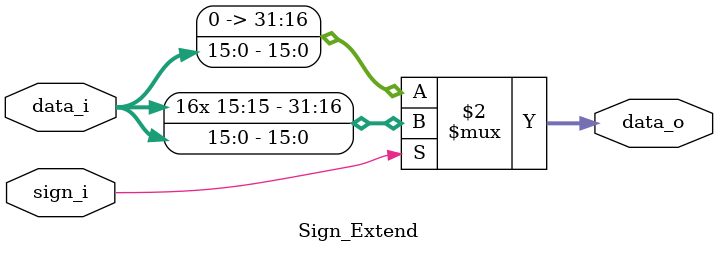
<source format=v>

module Sign_Extend(
    data_i,
    sign_i,
    data_o
    );

//I/O ports
input   [16-1:0] data_i;
input            sign_i;
output  [32-1:0] data_o;

//Internal Signals
reg     [32-1:0] data_o;

//Sign extended
always@(*) begin
    // in ori, the immediate part needs zero extension
    data_o <= sign_i ? {{16{data_i[15]}}, data_i} :
                       {{16{1'b0}},       data_i};
end

endmodule


</source>
